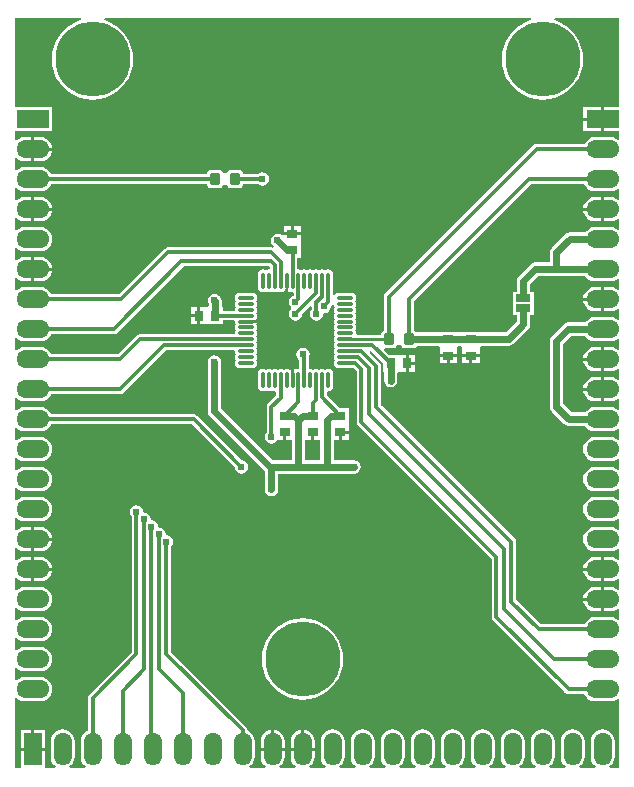
<source format=gtl>
G04*
G04 #@! TF.GenerationSoftware,Altium Limited,Altium Designer,18.1.7 (191)*
G04*
G04 Layer_Physical_Order=1*
G04 Layer_Color=255*
%FSLAX25Y25*%
%MOIN*%
G70*
G01*
G75*
%ADD15C,0.01000*%
%ADD17O,0.01378X0.05512*%
%ADD18O,0.05512X0.01378*%
G04:AMPARAMS|DCode=19|XSize=39.37mil|YSize=35.43mil|CornerRadius=4.43mil|HoleSize=0mil|Usage=FLASHONLY|Rotation=270.000|XOffset=0mil|YOffset=0mil|HoleType=Round|Shape=RoundedRectangle|*
%AMROUNDEDRECTD19*
21,1,0.03937,0.02657,0,0,270.0*
21,1,0.03051,0.03543,0,0,270.0*
1,1,0.00886,-0.01329,-0.01526*
1,1,0.00886,-0.01329,0.01526*
1,1,0.00886,0.01329,0.01526*
1,1,0.00886,0.01329,-0.01526*
%
%ADD19ROUNDEDRECTD19*%
%ADD20R,0.03740X0.02953*%
%ADD21R,0.02953X0.03740*%
%ADD34R,0.05000X0.02500*%
%ADD35C,0.01200*%
%ADD36C,0.02400*%
%ADD37C,0.01400*%
%ADD38C,0.25000*%
%ADD39O,0.11000X0.06000*%
%ADD40R,0.11000X0.06000*%
%ADD41O,0.06000X0.11000*%
%ADD42R,0.06000X0.11000*%
%ADD43C,0.02400*%
G36*
X203461Y222425D02*
X198374D01*
Y218425D01*
Y214425D01*
X203461D01*
Y211855D01*
X202861Y211559D01*
X202391Y211919D01*
X201418Y212322D01*
X200374Y212460D01*
X195374D01*
X194330Y212322D01*
X193357Y211919D01*
X192521Y211278D01*
X191880Y210442D01*
X191762Y210158D01*
X175925D01*
X175925Y210158D01*
X175262Y210027D01*
X174700Y209651D01*
X125428Y160379D01*
X125052Y159817D01*
X124920Y159153D01*
Y147964D01*
X124762Y147932D01*
X124285Y147613D01*
X123966Y147136D01*
X123854Y146577D01*
X116185D01*
X115824Y147016D01*
X115693Y147675D01*
X115476Y148000D01*
X115693Y148325D01*
X115824Y148984D01*
X115693Y149643D01*
X115476Y149969D01*
X115693Y150294D01*
X115824Y150953D01*
X115693Y151612D01*
X115476Y151937D01*
X115693Y152262D01*
X115824Y152921D01*
X115693Y153580D01*
X115476Y153905D01*
X115693Y154231D01*
X115824Y154890D01*
X115693Y155549D01*
X115476Y155874D01*
X115693Y156199D01*
X115824Y156858D01*
X115693Y157517D01*
X115476Y157843D01*
X115693Y158168D01*
X115824Y158827D01*
X115693Y159486D01*
X115320Y160045D01*
X114761Y160418D01*
X114102Y160549D01*
X109968D01*
X109309Y160418D01*
X108751Y160045D01*
X108558Y159756D01*
X107958Y159938D01*
Y162013D01*
X108049Y162469D01*
Y166602D01*
X107918Y167261D01*
X107545Y167820D01*
X106986Y168193D01*
X106327Y168324D01*
X105668Y168193D01*
X105342Y167976D01*
X105017Y168193D01*
X104358Y168324D01*
X103699Y168193D01*
X103374Y167976D01*
X103049Y168193D01*
X102390Y168324D01*
X101731Y168193D01*
X101406Y167976D01*
X101080Y168193D01*
X100421Y168324D01*
X99762Y168193D01*
X99437Y167976D01*
X99112Y168193D01*
X98453Y168324D01*
X97794Y168193D01*
X97469Y167976D01*
X97143Y168193D01*
X96484Y168324D01*
X96147Y168601D01*
Y172268D01*
X97370D01*
Y177180D01*
X97370Y177220D01*
X97370D01*
Y177779D01*
X97370D01*
Y179756D01*
X94500D01*
X91496D01*
X91387Y179711D01*
X91030Y179624D01*
X90358Y180072D01*
X89500Y180243D01*
X88642Y180072D01*
X87914Y179586D01*
X87428Y178858D01*
X87257Y178000D01*
X87428Y177142D01*
X87914Y176414D01*
X88230Y176098D01*
X87934Y175545D01*
X87500Y175631D01*
X53000D01*
X52376Y175507D01*
X51846Y175154D01*
X36750Y160056D01*
X14028D01*
X13868Y160442D01*
X13227Y161278D01*
X12391Y161919D01*
X11418Y162322D01*
X10374Y162460D01*
X5374D01*
X4330Y162322D01*
X3357Y161919D01*
X2639Y161369D01*
X2039Y161552D01*
Y165299D01*
X2639Y165482D01*
X3357Y164931D01*
X4330Y164528D01*
X5374Y164391D01*
X7374D01*
Y168425D01*
Y172460D01*
X5374D01*
X4330Y172322D01*
X3357Y171919D01*
X2639Y171369D01*
X2039Y171552D01*
Y175299D01*
X2639Y175482D01*
X3357Y174931D01*
X4330Y174528D01*
X5374Y174391D01*
X10374D01*
X11418Y174528D01*
X12391Y174931D01*
X13227Y175572D01*
X13868Y176408D01*
X14271Y177381D01*
X14409Y178425D01*
X14271Y179469D01*
X13868Y180443D01*
X13227Y181278D01*
X12391Y181919D01*
X11418Y182322D01*
X10374Y182460D01*
X5374D01*
X4330Y182322D01*
X3357Y181919D01*
X2639Y181369D01*
X2039Y181552D01*
Y185299D01*
X2639Y185482D01*
X3357Y184931D01*
X4330Y184528D01*
X5374Y184391D01*
X7374D01*
Y188425D01*
Y192460D01*
X5374D01*
X4330Y192322D01*
X3357Y191919D01*
X2639Y191369D01*
X2039Y191552D01*
Y195299D01*
X2639Y195482D01*
X3357Y194931D01*
X4330Y194528D01*
X5374Y194391D01*
X10374D01*
X11418Y194528D01*
X12391Y194931D01*
X13227Y195572D01*
X13868Y196408D01*
X14059Y196869D01*
X65875D01*
X65966Y196411D01*
X66285Y195934D01*
X66762Y195615D01*
X67325Y195503D01*
X69982D01*
X70545Y195615D01*
X71023Y195934D01*
X71342Y196411D01*
X71365Y196531D01*
X72635D01*
X72658Y196411D01*
X72977Y195934D01*
X73455Y195615D01*
X74018Y195503D01*
X76675D01*
X77238Y195615D01*
X77715Y195934D01*
X78034Y196411D01*
X78125Y196869D01*
X82982D01*
X83642Y196428D01*
X84500Y196257D01*
X85358Y196428D01*
X86086Y196914D01*
X86572Y197642D01*
X86743Y198500D01*
X86572Y199358D01*
X86086Y200086D01*
X85358Y200572D01*
X84500Y200743D01*
X83642Y200572D01*
X82982Y200131D01*
X78125D01*
X78034Y200589D01*
X77715Y201066D01*
X77238Y201385D01*
X76675Y201497D01*
X74018D01*
X73455Y201385D01*
X72977Y201066D01*
X72658Y200589D01*
X72635Y200468D01*
X71365D01*
X71342Y200589D01*
X71023Y201066D01*
X70545Y201385D01*
X69982Y201497D01*
X67325D01*
X66762Y201385D01*
X66285Y201066D01*
X65966Y200589D01*
X65875Y200131D01*
X13997D01*
X13868Y200443D01*
X13227Y201278D01*
X12391Y201919D01*
X11418Y202322D01*
X10374Y202460D01*
X5374D01*
X4330Y202322D01*
X3357Y201919D01*
X2639Y201369D01*
X2039Y201552D01*
Y205299D01*
X2639Y205482D01*
X3357Y204931D01*
X4330Y204528D01*
X5374Y204391D01*
X7374D01*
Y208425D01*
Y212460D01*
X5374D01*
X4330Y212322D01*
X3357Y211919D01*
X2639Y211369D01*
X2039Y211552D01*
Y214425D01*
X14374D01*
Y222425D01*
X2039D01*
Y251961D01*
X23855D01*
X23926Y251361D01*
X23689Y251304D01*
X21726Y250491D01*
X19914Y249381D01*
X18299Y248001D01*
X16918Y246385D01*
X15808Y244573D01*
X14995Y242610D01*
X14499Y240544D01*
X14332Y238425D01*
X14499Y236307D01*
X14995Y234241D01*
X15808Y232277D01*
X16918Y230466D01*
X18299Y228850D01*
X19914Y227470D01*
X21726Y226359D01*
X23689Y225546D01*
X25756Y225050D01*
X27874Y224884D01*
X29992Y225050D01*
X32059Y225546D01*
X34022Y226359D01*
X35834Y227470D01*
X37449Y228850D01*
X38829Y230466D01*
X39940Y232277D01*
X40753Y234241D01*
X41249Y236307D01*
X41416Y238425D01*
X41249Y240544D01*
X40753Y242610D01*
X39940Y244573D01*
X38829Y246385D01*
X37449Y248001D01*
X35834Y249381D01*
X34022Y250491D01*
X32059Y251304D01*
X31822Y251361D01*
X31894Y251961D01*
X173855D01*
X173926Y251361D01*
X173689Y251304D01*
X171726Y250491D01*
X169914Y249381D01*
X168299Y248001D01*
X166919Y246385D01*
X165808Y244573D01*
X164995Y242610D01*
X164499Y240544D01*
X164332Y238425D01*
X164499Y236307D01*
X164995Y234241D01*
X165808Y232277D01*
X166919Y230466D01*
X168299Y228850D01*
X169914Y227470D01*
X171726Y226359D01*
X173689Y225546D01*
X175756Y225050D01*
X177874Y224884D01*
X179992Y225050D01*
X182059Y225546D01*
X184022Y226359D01*
X185834Y227470D01*
X187450Y228850D01*
X188830Y230466D01*
X189940Y232277D01*
X190753Y234241D01*
X191249Y236307D01*
X191416Y238425D01*
X191249Y240544D01*
X190753Y242610D01*
X189940Y244573D01*
X188830Y246385D01*
X187450Y248001D01*
X185834Y249381D01*
X184022Y250491D01*
X182059Y251304D01*
X181822Y251361D01*
X181894Y251961D01*
X203461D01*
Y222425D01*
D02*
G37*
G36*
X191880Y196408D02*
X192521Y195572D01*
X193357Y194931D01*
X194330Y194528D01*
X195374Y194391D01*
X200374D01*
X201418Y194528D01*
X202391Y194931D01*
X202861Y195291D01*
X203461Y194996D01*
Y191855D01*
X202861Y191559D01*
X202391Y191919D01*
X201418Y192322D01*
X200374Y192460D01*
X198374D01*
Y188425D01*
Y184391D01*
X200374D01*
X201418Y184528D01*
X202391Y184931D01*
X202861Y185292D01*
X203461Y184996D01*
Y181855D01*
X202861Y181559D01*
X202391Y181919D01*
X201418Y182322D01*
X200374Y182460D01*
X195374D01*
X194330Y182322D01*
X193357Y181919D01*
X192521Y181278D01*
X192053Y180668D01*
X186925D01*
X186067Y180498D01*
X185339Y180011D01*
X180914Y175586D01*
X180428Y174858D01*
X180257Y174000D01*
Y170668D01*
X175425D01*
X174567Y170498D01*
X173839Y170011D01*
X169914Y166086D01*
X169428Y165358D01*
X169257Y164500D01*
Y160872D01*
X168000D01*
Y156372D01*
Y153128D01*
X169257D01*
Y150929D01*
X165618Y147290D01*
X156870D01*
Y147524D01*
X151130D01*
Y147290D01*
X149370D01*
Y147524D01*
X143630D01*
Y147290D01*
X135931D01*
X135715Y147613D01*
X135238Y147932D01*
X135080Y147964D01*
Y157629D01*
X174143Y196692D01*
X191762D01*
X191880Y196408D01*
D02*
G37*
G36*
X86979Y169214D02*
Y168601D01*
X86642Y168324D01*
X85983Y168193D01*
X85658Y167976D01*
X85332Y168193D01*
X84673Y168324D01*
X84014Y168193D01*
X83456Y167820D01*
X83082Y167261D01*
X82951Y166602D01*
Y162469D01*
X83082Y161810D01*
X83456Y161251D01*
X84014Y160878D01*
X84673Y160746D01*
X85332Y160878D01*
X85658Y161095D01*
X85983Y160878D01*
X86642Y160746D01*
X87301Y160878D01*
X87626Y161095D01*
X87951Y160878D01*
X88610Y160746D01*
X89269Y160878D01*
X89595Y161095D01*
X89920Y160878D01*
X90579Y160746D01*
X91238Y160878D01*
X91563Y161095D01*
X91888Y160878D01*
X92047Y160846D01*
Y161626D01*
X92170Y161809D01*
X92301Y162469D01*
Y164535D01*
X92794D01*
Y162469D01*
X92925Y161809D01*
X93047Y161626D01*
Y160846D01*
X93206Y160878D01*
X93532Y161095D01*
X93857Y160878D01*
X94516Y160746D01*
X94853Y160470D01*
Y159614D01*
X94642Y159572D01*
X93914Y159086D01*
X93428Y158358D01*
X93257Y157500D01*
X93428Y156642D01*
X93914Y155914D01*
X94084Y155800D01*
Y155200D01*
X93914Y155086D01*
X93428Y154358D01*
X93257Y153500D01*
X93428Y152642D01*
X93914Y151914D01*
X94642Y151428D01*
X95500Y151257D01*
X96358Y151428D01*
X97086Y151914D01*
X97572Y152642D01*
X97727Y153420D01*
X100314Y156007D01*
X100869Y155778D01*
Y155018D01*
X100428Y154358D01*
X100257Y153500D01*
X100428Y152642D01*
X100914Y151914D01*
X101642Y151428D01*
X102500Y151257D01*
X103358Y151428D01*
X104086Y151914D01*
X104572Y152642D01*
X104743Y153500D01*
X105000Y153757D01*
X105858Y153928D01*
X106586Y154414D01*
X107072Y155142D01*
X107227Y155920D01*
X107480Y156173D01*
X107704Y156508D01*
X108338Y156397D01*
X108378Y156199D01*
X108595Y155874D01*
X108378Y155549D01*
X108247Y154890D01*
X108378Y154231D01*
X108595Y153905D01*
X108378Y153580D01*
X108247Y152921D01*
X108378Y152262D01*
X108595Y151937D01*
X108378Y151612D01*
X108247Y150953D01*
X108378Y150294D01*
X108595Y149969D01*
X108378Y149643D01*
X108247Y148984D01*
X108378Y148325D01*
X108595Y148000D01*
X108378Y147675D01*
X108247Y147016D01*
X108378Y146357D01*
X108595Y146031D01*
X108378Y145706D01*
X108247Y145047D01*
X108378Y144388D01*
X108595Y144063D01*
X108378Y143738D01*
X108247Y143079D01*
X108378Y142420D01*
X108595Y142095D01*
X108378Y141769D01*
X108247Y141110D01*
X108378Y140451D01*
X108595Y140126D01*
X108378Y139801D01*
X108247Y139142D01*
X108378Y138483D01*
X108595Y138157D01*
X108378Y137832D01*
X108247Y137173D01*
X108378Y136514D01*
X108751Y135956D01*
X109309Y135582D01*
X109968Y135451D01*
X114102D01*
X114558Y135542D01*
X114651D01*
X115869Y134324D01*
Y117500D01*
X115993Y116876D01*
X116347Y116347D01*
X160869Y71824D01*
Y52500D01*
X160993Y51876D01*
X161346Y51346D01*
X185421Y27272D01*
X185951Y26918D01*
X186575Y26794D01*
X191720D01*
X191880Y26408D01*
X192521Y25572D01*
X193357Y24931D01*
X194330Y24528D01*
X195374Y24391D01*
X200374D01*
X201418Y24528D01*
X202391Y24931D01*
X202861Y25291D01*
X203461Y24996D01*
Y2039D01*
X200366D01*
X200162Y2639D01*
X200727Y3072D01*
X201368Y3908D01*
X201771Y4881D01*
X201908Y5925D01*
Y10925D01*
X201771Y11969D01*
X201368Y12943D01*
X200727Y13778D01*
X199891Y14419D01*
X198918Y14822D01*
X197874Y14960D01*
X196830Y14822D01*
X195857Y14419D01*
X195021Y13778D01*
X194380Y12943D01*
X193977Y11969D01*
X193840Y10925D01*
Y5925D01*
X193977Y4881D01*
X194380Y3908D01*
X195021Y3072D01*
X195586Y2639D01*
X195382Y2039D01*
X190366D01*
X190162Y2639D01*
X190727Y3072D01*
X191368Y3908D01*
X191771Y4881D01*
X191909Y5925D01*
Y10925D01*
X191771Y11969D01*
X191368Y12943D01*
X190727Y13778D01*
X189891Y14419D01*
X188918Y14822D01*
X187874Y14960D01*
X186830Y14822D01*
X185857Y14419D01*
X185021Y13778D01*
X184380Y12943D01*
X183977Y11969D01*
X183839Y10925D01*
Y5925D01*
X183977Y4881D01*
X184380Y3908D01*
X185021Y3072D01*
X185586Y2639D01*
X185382Y2039D01*
X180366D01*
X180162Y2639D01*
X180727Y3072D01*
X181368Y3908D01*
X181771Y4881D01*
X181909Y5925D01*
Y10925D01*
X181771Y11969D01*
X181368Y12943D01*
X180727Y13778D01*
X179891Y14419D01*
X178918Y14822D01*
X177874Y14960D01*
X176830Y14822D01*
X175857Y14419D01*
X175021Y13778D01*
X174380Y12943D01*
X173977Y11969D01*
X173839Y10925D01*
Y5925D01*
X173977Y4881D01*
X174380Y3908D01*
X175021Y3072D01*
X175586Y2639D01*
X175382Y2039D01*
X170366D01*
X170162Y2639D01*
X170727Y3072D01*
X171368Y3908D01*
X171771Y4881D01*
X171908Y5925D01*
Y10925D01*
X171771Y11969D01*
X171368Y12943D01*
X170727Y13778D01*
X169891Y14419D01*
X168918Y14822D01*
X167874Y14960D01*
X166830Y14822D01*
X165857Y14419D01*
X165021Y13778D01*
X164380Y12943D01*
X163977Y11969D01*
X163839Y10925D01*
Y5925D01*
X163977Y4881D01*
X164380Y3908D01*
X165021Y3072D01*
X165586Y2639D01*
X165382Y2039D01*
X160366D01*
X160162Y2639D01*
X160727Y3072D01*
X161368Y3908D01*
X161771Y4881D01*
X161908Y5925D01*
Y10925D01*
X161771Y11969D01*
X161368Y12943D01*
X160727Y13778D01*
X159891Y14419D01*
X158918Y14822D01*
X157874Y14960D01*
X156830Y14822D01*
X155857Y14419D01*
X155021Y13778D01*
X154380Y12943D01*
X153977Y11969D01*
X153840Y10925D01*
Y5925D01*
X153977Y4881D01*
X154380Y3908D01*
X155021Y3072D01*
X155586Y2639D01*
X155382Y2039D01*
X150366D01*
X150162Y2639D01*
X150727Y3072D01*
X151368Y3908D01*
X151771Y4881D01*
X151909Y5925D01*
Y10925D01*
X151771Y11969D01*
X151368Y12943D01*
X150727Y13778D01*
X149891Y14419D01*
X148918Y14822D01*
X147874Y14960D01*
X146830Y14822D01*
X145857Y14419D01*
X145021Y13778D01*
X144380Y12943D01*
X143977Y11969D01*
X143840Y10925D01*
Y5925D01*
X143977Y4881D01*
X144380Y3908D01*
X145021Y3072D01*
X145586Y2639D01*
X145382Y2039D01*
X140366D01*
X140162Y2639D01*
X140727Y3072D01*
X141368Y3908D01*
X141771Y4881D01*
X141909Y5925D01*
Y10925D01*
X141771Y11969D01*
X141368Y12943D01*
X140727Y13778D01*
X139891Y14419D01*
X138918Y14822D01*
X137874Y14960D01*
X136830Y14822D01*
X135857Y14419D01*
X135021Y13778D01*
X134380Y12943D01*
X133977Y11969D01*
X133839Y10925D01*
Y5925D01*
X133977Y4881D01*
X134380Y3908D01*
X135021Y3072D01*
X135586Y2639D01*
X135382Y2039D01*
X130366D01*
X130162Y2639D01*
X130727Y3072D01*
X131368Y3908D01*
X131771Y4881D01*
X131909Y5925D01*
Y10925D01*
X131771Y11969D01*
X131368Y12943D01*
X130727Y13778D01*
X129891Y14419D01*
X128918Y14822D01*
X127874Y14960D01*
X126830Y14822D01*
X125857Y14419D01*
X125021Y13778D01*
X124380Y12943D01*
X123977Y11969D01*
X123839Y10925D01*
Y5925D01*
X123977Y4881D01*
X124380Y3908D01*
X125021Y3072D01*
X125586Y2639D01*
X125382Y2039D01*
X120366D01*
X120162Y2639D01*
X120727Y3072D01*
X121368Y3908D01*
X121771Y4881D01*
X121908Y5925D01*
Y10925D01*
X121771Y11969D01*
X121368Y12943D01*
X120727Y13778D01*
X119891Y14419D01*
X118918Y14822D01*
X117874Y14960D01*
X116830Y14822D01*
X115857Y14419D01*
X115021Y13778D01*
X114380Y12943D01*
X113977Y11969D01*
X113839Y10925D01*
Y5925D01*
X113977Y4881D01*
X114380Y3908D01*
X115021Y3072D01*
X115586Y2639D01*
X115382Y2039D01*
X110366D01*
X110162Y2639D01*
X110727Y3072D01*
X111368Y3908D01*
X111771Y4881D01*
X111908Y5925D01*
Y10925D01*
X111771Y11969D01*
X111368Y12943D01*
X110727Y13778D01*
X109891Y14419D01*
X108918Y14822D01*
X107874Y14960D01*
X106830Y14822D01*
X105857Y14419D01*
X105021Y13778D01*
X104380Y12943D01*
X103977Y11969D01*
X103840Y10925D01*
Y5925D01*
X103977Y4881D01*
X104380Y3908D01*
X105021Y3072D01*
X105586Y2639D01*
X105382Y2039D01*
X100366Y2039D01*
X100162Y2639D01*
X100727Y3072D01*
X101368Y3908D01*
X101771Y4881D01*
X101909Y5925D01*
Y7925D01*
X97874D01*
X93840D01*
Y5925D01*
X93977Y4881D01*
X94380Y3908D01*
X95021Y3072D01*
X95586Y2639D01*
X95382Y2039D01*
X90366D01*
X90162Y2639D01*
X90727Y3072D01*
X91368Y3908D01*
X91771Y4881D01*
X91909Y5925D01*
Y7925D01*
X87874D01*
Y8425D01*
D01*
Y7925D01*
X83839D01*
Y5925D01*
X83977Y4881D01*
X84380Y3908D01*
X85021Y3072D01*
X85586Y2639D01*
X85382Y2039D01*
X80366D01*
X80162Y2639D01*
X80727Y3072D01*
X81368Y3908D01*
X81771Y4881D01*
X81909Y5925D01*
Y10925D01*
X81771Y11969D01*
X81368Y12943D01*
X80727Y13778D01*
X79891Y14419D01*
X79505Y14579D01*
Y14626D01*
X79381Y15250D01*
X79028Y15779D01*
X54131Y40676D01*
Y75982D01*
X54572Y76642D01*
X54743Y77500D01*
X54572Y78358D01*
X54086Y79086D01*
X53358Y79572D01*
X52792Y79685D01*
X52243Y80000D01*
X52072Y80858D01*
X51586Y81586D01*
X50858Y82072D01*
X50292Y82185D01*
X49743Y82500D01*
X49572Y83358D01*
X49086Y84086D01*
X48358Y84572D01*
X47792Y84685D01*
X47243Y85000D01*
X47072Y85858D01*
X46586Y86586D01*
X45858Y87072D01*
X45292Y87185D01*
X44743Y87500D01*
X44572Y88358D01*
X44086Y89086D01*
X43358Y89572D01*
X42500Y89743D01*
X41642Y89572D01*
X40914Y89086D01*
X40428Y88358D01*
X40257Y87500D01*
X40428Y86642D01*
X40869Y85982D01*
Y40676D01*
X26720Y26528D01*
X26367Y25998D01*
X26243Y25374D01*
Y14579D01*
X25857Y14419D01*
X25021Y13778D01*
X24380Y12943D01*
X23977Y11969D01*
X23840Y10925D01*
Y5925D01*
X23977Y4881D01*
X24380Y3908D01*
X25021Y3072D01*
X25586Y2639D01*
X25382Y2039D01*
X20366D01*
X20162Y2639D01*
X20727Y3072D01*
X21368Y3908D01*
X21771Y4881D01*
X21908Y5925D01*
Y10925D01*
X21771Y11969D01*
X21368Y12943D01*
X20727Y13778D01*
X19891Y14419D01*
X18918Y14822D01*
X17874Y14960D01*
X16830Y14822D01*
X15857Y14419D01*
X15021Y13778D01*
X14380Y12943D01*
X13977Y11969D01*
X13839Y10925D01*
Y5925D01*
X13977Y4881D01*
X14380Y3908D01*
X15021Y3072D01*
X15586Y2639D01*
X15382Y2039D01*
X11874D01*
Y7925D01*
X7874D01*
X3874D01*
Y2039D01*
X2039D01*
Y25299D01*
X2639Y25482D01*
X3357Y24931D01*
X4330Y24528D01*
X5374Y24391D01*
X10374D01*
X11418Y24528D01*
X12391Y24931D01*
X13227Y25572D01*
X13868Y26408D01*
X14271Y27381D01*
X14409Y28425D01*
X14271Y29469D01*
X13868Y30443D01*
X13227Y31278D01*
X12391Y31919D01*
X11418Y32322D01*
X10374Y32460D01*
X5374D01*
X4330Y32322D01*
X3357Y31919D01*
X2639Y31368D01*
X2039Y31552D01*
Y35299D01*
X2639Y35482D01*
X3357Y34931D01*
X4330Y34528D01*
X5374Y34391D01*
X10374D01*
X11418Y34528D01*
X12391Y34931D01*
X13227Y35572D01*
X13868Y36408D01*
X14271Y37381D01*
X14409Y38425D01*
X14271Y39469D01*
X13868Y40442D01*
X13227Y41278D01*
X12391Y41919D01*
X11418Y42322D01*
X10374Y42460D01*
X5374D01*
X4330Y42322D01*
X3357Y41919D01*
X2639Y41368D01*
X2039Y41552D01*
Y45299D01*
X2639Y45482D01*
X3357Y44931D01*
X4330Y44528D01*
X5374Y44391D01*
X10374D01*
X11418Y44528D01*
X12391Y44931D01*
X13227Y45572D01*
X13868Y46408D01*
X14271Y47381D01*
X14409Y48425D01*
X14271Y49469D01*
X13868Y50442D01*
X13227Y51278D01*
X12391Y51919D01*
X11418Y52322D01*
X10374Y52460D01*
X5374D01*
X4330Y52322D01*
X3357Y51919D01*
X2639Y51369D01*
X2039Y51552D01*
Y55299D01*
X2639Y55482D01*
X3357Y54931D01*
X4330Y54528D01*
X5374Y54391D01*
X10374D01*
X11418Y54528D01*
X12391Y54931D01*
X13227Y55572D01*
X13868Y56408D01*
X14271Y57381D01*
X14409Y58425D01*
X14271Y59469D01*
X13868Y60443D01*
X13227Y61278D01*
X12391Y61919D01*
X11418Y62322D01*
X10374Y62460D01*
X5374D01*
X4330Y62322D01*
X3357Y61919D01*
X2639Y61369D01*
X2039Y61552D01*
Y65299D01*
X2639Y65482D01*
X3357Y64931D01*
X4330Y64528D01*
X5374Y64391D01*
X7374D01*
Y68425D01*
Y72460D01*
X5374D01*
X4330Y72322D01*
X3357Y71919D01*
X2639Y71369D01*
X2039Y71552D01*
Y75299D01*
X2639Y75482D01*
X3357Y74931D01*
X4330Y74528D01*
X5374Y74391D01*
X7374D01*
Y78425D01*
Y82460D01*
X5374D01*
X4330Y82322D01*
X3357Y81919D01*
X2639Y81369D01*
X2039Y81552D01*
Y85299D01*
X2639Y85482D01*
X3357Y84931D01*
X4330Y84528D01*
X5374Y84391D01*
X10374D01*
X11418Y84528D01*
X12391Y84931D01*
X13227Y85572D01*
X13868Y86408D01*
X14271Y87381D01*
X14409Y88425D01*
X14271Y89469D01*
X13868Y90443D01*
X13227Y91278D01*
X12391Y91919D01*
X11418Y92322D01*
X10374Y92460D01*
X5374D01*
X4330Y92322D01*
X3357Y91919D01*
X2639Y91369D01*
X2039Y91552D01*
Y95299D01*
X2639Y95482D01*
X3357Y94931D01*
X4330Y94528D01*
X5374Y94391D01*
X10374D01*
X11418Y94528D01*
X12391Y94931D01*
X13227Y95572D01*
X13868Y96408D01*
X14271Y97381D01*
X14409Y98425D01*
X14271Y99469D01*
X13868Y100443D01*
X13227Y101278D01*
X12391Y101919D01*
X11418Y102322D01*
X10374Y102460D01*
X5374D01*
X4330Y102322D01*
X3357Y101919D01*
X2639Y101369D01*
X2039Y101552D01*
Y105299D01*
X2639Y105482D01*
X3357Y104931D01*
X4330Y104528D01*
X5374Y104391D01*
X10374D01*
X11418Y104528D01*
X12391Y104931D01*
X13227Y105572D01*
X13868Y106408D01*
X14271Y107381D01*
X14409Y108425D01*
X14271Y109469D01*
X13868Y110442D01*
X13227Y111278D01*
X12391Y111919D01*
X11418Y112322D01*
X10374Y112460D01*
X5374D01*
X4330Y112322D01*
X3357Y111919D01*
X2639Y111369D01*
X2039Y111552D01*
Y115299D01*
X2639Y115482D01*
X3357Y114931D01*
X4330Y114528D01*
X5374Y114391D01*
X10374D01*
X11418Y114528D01*
X12391Y114931D01*
X13227Y115572D01*
X13868Y116408D01*
X14028Y116794D01*
X60899D01*
X75273Y102420D01*
X75428Y101642D01*
X75914Y100914D01*
X76642Y100428D01*
X77500Y100257D01*
X78358Y100428D01*
X79086Y100914D01*
X79572Y101642D01*
X79743Y102500D01*
X79572Y103358D01*
X79086Y104086D01*
X78358Y104572D01*
X77580Y104727D01*
X62728Y119579D01*
X62199Y119932D01*
X61575Y120056D01*
X14028D01*
X13868Y120442D01*
X13227Y121278D01*
X12391Y121919D01*
X11418Y122322D01*
X10374Y122460D01*
X5374D01*
X4330Y122322D01*
X3357Y121919D01*
X2639Y121369D01*
X2039Y121552D01*
Y125299D01*
X2639Y125482D01*
X3357Y124931D01*
X4330Y124528D01*
X5374Y124391D01*
X10374D01*
X11418Y124528D01*
X12391Y124931D01*
X13227Y125572D01*
X13868Y126408D01*
X14028Y126794D01*
X36925D01*
X37549Y126918D01*
X38079Y127272D01*
X52254Y141447D01*
X74899D01*
X75176Y141110D01*
X75307Y140451D01*
X75524Y140126D01*
X75307Y139801D01*
X75176Y139142D01*
X75307Y138483D01*
X75524Y138157D01*
X75307Y137832D01*
X75176Y137173D01*
X75307Y136514D01*
X75680Y135956D01*
X76239Y135582D01*
X76898Y135451D01*
X81032D01*
X81691Y135582D01*
X82249Y135956D01*
X82622Y136514D01*
X82754Y137173D01*
X82622Y137832D01*
X82405Y138157D01*
X82622Y138483D01*
X82754Y139142D01*
X82622Y139801D01*
X82405Y140126D01*
X82622Y140451D01*
X82754Y141110D01*
X82622Y141769D01*
X82405Y142095D01*
X82622Y142420D01*
X82754Y143079D01*
X82622Y143738D01*
X82405Y144063D01*
X82622Y144388D01*
X82754Y145047D01*
X82622Y145706D01*
X82405Y146031D01*
X82622Y146357D01*
X82754Y147016D01*
X82622Y147675D01*
X82405Y148000D01*
X82622Y148325D01*
X82754Y148984D01*
X82622Y149643D01*
X82405Y149969D01*
X82622Y150294D01*
X82654Y150453D01*
X81874D01*
X81691Y150575D01*
X81032Y150707D01*
X78965D01*
Y151199D01*
X81032D01*
X81691Y151330D01*
X81874Y151453D01*
X82654D01*
X82622Y151612D01*
X82405Y151937D01*
X82622Y152262D01*
X82754Y152921D01*
X82622Y153580D01*
X82405Y153905D01*
X82622Y154231D01*
X82754Y154890D01*
X82622Y155549D01*
X82405Y155874D01*
X82622Y156199D01*
X82754Y156858D01*
X82622Y157517D01*
X82405Y157843D01*
X82622Y158168D01*
X82754Y158827D01*
X82622Y159486D01*
X82249Y160045D01*
X81691Y160418D01*
X81032Y160549D01*
X76898D01*
X76239Y160418D01*
X75680Y160045D01*
X75307Y159486D01*
X75176Y158827D01*
X75307Y158168D01*
X75524Y157843D01*
X75307Y157517D01*
X75176Y156858D01*
X75307Y156199D01*
X75524Y155874D01*
X75307Y155549D01*
X75176Y154890D01*
X74899Y154553D01*
X71232D01*
Y155791D01*
X70999D01*
Y157744D01*
X70828Y158602D01*
X70342Y159330D01*
X70086Y159586D01*
X69358Y160072D01*
X68500Y160243D01*
X67642Y160072D01*
X66914Y159586D01*
X66428Y158858D01*
X66257Y158000D01*
X66428Y157142D01*
X66513Y157014D01*
Y156312D01*
X66280Y155791D01*
X65720D01*
X65680Y155791D01*
X63744D01*
Y152921D01*
Y150051D01*
X65680D01*
X65720Y150051D01*
X66280D01*
X66321Y150051D01*
X71232D01*
Y151290D01*
X74899D01*
X75176Y150953D01*
X75307Y150294D01*
X75524Y149969D01*
X75307Y149643D01*
X75176Y148984D01*
X75307Y148325D01*
X75524Y148000D01*
X75307Y147675D01*
X75176Y147016D01*
X74899Y146679D01*
X43547D01*
X42923Y146554D01*
X42394Y146201D01*
X36250Y140057D01*
X14028D01*
X13868Y140443D01*
X13227Y141278D01*
X12391Y141919D01*
X11418Y142322D01*
X10374Y142460D01*
X5374D01*
X4330Y142322D01*
X3357Y141919D01*
X2639Y141369D01*
X2039Y141552D01*
Y145299D01*
X2639Y145482D01*
X3357Y144931D01*
X4330Y144528D01*
X5374Y144391D01*
X10374D01*
X11418Y144528D01*
X12391Y144931D01*
X13227Y145572D01*
X13868Y146408D01*
X14028Y146794D01*
X34925D01*
X35550Y146918D01*
X36079Y147272D01*
X58176Y169369D01*
X86824D01*
X86979Y169214D01*
D02*
G37*
G36*
X192521Y165572D02*
X193357Y164931D01*
X194330Y164528D01*
X195374Y164391D01*
X200374D01*
X201418Y164528D01*
X202391Y164931D01*
X202861Y165292D01*
X203461Y164996D01*
Y161855D01*
X202861Y161559D01*
X202391Y161919D01*
X201418Y162322D01*
X200374Y162460D01*
X198374D01*
Y158425D01*
Y154391D01*
X200374D01*
X201418Y154528D01*
X202391Y154931D01*
X202861Y155291D01*
X203461Y154996D01*
Y151855D01*
X202861Y151559D01*
X202391Y151919D01*
X201418Y152322D01*
X200374Y152460D01*
X195374D01*
X194330Y152322D01*
X193357Y151919D01*
X192521Y151278D01*
X192053Y150668D01*
X186425D01*
X185567Y150498D01*
X184839Y150011D01*
X180914Y146086D01*
X180428Y145358D01*
X180257Y144500D01*
Y122500D01*
X180428Y121642D01*
X180914Y120914D01*
X184989Y116839D01*
X185716Y116353D01*
X186575Y116182D01*
X192053D01*
X192521Y115572D01*
X193357Y114931D01*
X194330Y114528D01*
X195374Y114391D01*
X200374D01*
X201418Y114528D01*
X202391Y114931D01*
X202861Y115292D01*
X203461Y114996D01*
Y111855D01*
X202861Y111559D01*
X202391Y111919D01*
X201418Y112322D01*
X200374Y112460D01*
X195374D01*
X194330Y112322D01*
X193357Y111919D01*
X192521Y111278D01*
X191880Y110442D01*
X191477Y109469D01*
X191340Y108425D01*
X191477Y107381D01*
X191880Y106408D01*
X192521Y105572D01*
X193357Y104931D01*
X194330Y104528D01*
X195374Y104391D01*
X200374D01*
X201418Y104528D01*
X202391Y104931D01*
X202861Y105291D01*
X203461Y104996D01*
Y101855D01*
X202861Y101559D01*
X202391Y101919D01*
X201418Y102322D01*
X200374Y102460D01*
X195374D01*
X194330Y102322D01*
X193357Y101919D01*
X192521Y101278D01*
X191880Y100443D01*
X191477Y99469D01*
X191340Y98425D01*
X191477Y97381D01*
X191880Y96408D01*
X192521Y95572D01*
X193357Y94931D01*
X194330Y94528D01*
X195374Y94391D01*
X200374D01*
X201418Y94528D01*
X202391Y94931D01*
X202861Y95292D01*
X203461Y94996D01*
Y91855D01*
X202861Y91559D01*
X202391Y91919D01*
X201418Y92322D01*
X200374Y92460D01*
X195374D01*
X194330Y92322D01*
X193357Y91919D01*
X192521Y91278D01*
X191880Y90443D01*
X191477Y89469D01*
X191340Y88425D01*
X191477Y87381D01*
X191880Y86408D01*
X192521Y85572D01*
X193357Y84931D01*
X194330Y84528D01*
X195374Y84391D01*
X200374D01*
X201418Y84528D01*
X202391Y84931D01*
X202861Y85291D01*
X203461Y84996D01*
Y81855D01*
X202861Y81559D01*
X202391Y81919D01*
X201418Y82322D01*
X200374Y82460D01*
X195374D01*
X194330Y82322D01*
X193357Y81919D01*
X192521Y81278D01*
X191880Y80443D01*
X191477Y79469D01*
X191340Y78425D01*
X191477Y77381D01*
X191880Y76408D01*
X192521Y75572D01*
X193357Y74931D01*
X194330Y74528D01*
X195374Y74391D01*
X200374D01*
X201418Y74528D01*
X202391Y74931D01*
X202861Y75292D01*
X203461Y74996D01*
Y71855D01*
X202861Y71559D01*
X202391Y71919D01*
X201418Y72322D01*
X200374Y72460D01*
X198374D01*
Y68425D01*
Y64391D01*
X200374D01*
X201418Y64528D01*
X202391Y64931D01*
X202861Y65292D01*
X203461Y64996D01*
Y61855D01*
X202861Y61559D01*
X202391Y61919D01*
X201418Y62322D01*
X200374Y62460D01*
X198374D01*
Y58425D01*
Y54391D01*
X200374D01*
X201418Y54528D01*
X202391Y54931D01*
X202861Y55291D01*
X203461Y54996D01*
Y51855D01*
X202861Y51559D01*
X202391Y51919D01*
X201418Y52322D01*
X200374Y52460D01*
X195374D01*
X194330Y52322D01*
X193357Y51919D01*
X192521Y51278D01*
X191880Y50442D01*
X191720Y50056D01*
X177251D01*
X169131Y58176D01*
Y77500D01*
X169007Y78124D01*
X168654Y78654D01*
X124131Y123176D01*
Y136000D01*
X124007Y136624D01*
X123653Y137153D01*
X120240Y140567D01*
X120452Y141204D01*
X120698Y141239D01*
X124768Y137169D01*
Y134130D01*
X125001D01*
Y131244D01*
X125172Y130386D01*
X125658Y129658D01*
X126386Y129172D01*
X127244Y129001D01*
X128103Y129172D01*
X128830Y129658D01*
X129316Y130386D01*
X129487Y131244D01*
Y133610D01*
X129720Y134130D01*
X130280D01*
X130321Y134130D01*
X132256D01*
Y137000D01*
Y139870D01*
X130321D01*
X130280Y139870D01*
X129720D01*
X129680Y139870D01*
X126681D01*
X125060Y141491D01*
X125299Y141996D01*
X125349Y142051D01*
X127982D01*
X128545Y142163D01*
X129023Y142481D01*
X129341Y142959D01*
X129365Y143079D01*
X130635D01*
X130658Y142959D01*
X130977Y142481D01*
X131455Y142163D01*
X132018Y142051D01*
X134675D01*
X135238Y142163D01*
X135715Y142481D01*
X135931Y142804D01*
X143110D01*
X143630Y142571D01*
Y142012D01*
X143630Y141971D01*
Y140035D01*
X149370D01*
Y141971D01*
X149370Y142012D01*
Y142571D01*
X149890Y142804D01*
X150610D01*
X151130Y142571D01*
Y142012D01*
X151130Y141971D01*
Y140035D01*
X156870D01*
Y141971D01*
X156870Y142012D01*
Y142571D01*
X157390Y142804D01*
X166547D01*
X167406Y142975D01*
X168133Y143461D01*
X173086Y148414D01*
X173572Y149142D01*
X173743Y150000D01*
Y153128D01*
X175000D01*
Y156372D01*
Y160872D01*
X173743D01*
Y163571D01*
X176354Y166182D01*
X192053D01*
X192521Y165572D01*
D02*
G37*
G36*
Y145572D02*
X193357Y144931D01*
X194330Y144528D01*
X195374Y144391D01*
X200374D01*
X201418Y144528D01*
X202391Y144931D01*
X202861Y145291D01*
X203461Y144996D01*
Y141855D01*
X202861Y141559D01*
X202391Y141919D01*
X201418Y142322D01*
X200374Y142460D01*
X198374D01*
Y138425D01*
Y134391D01*
X200374D01*
X201418Y134528D01*
X202391Y134931D01*
X202861Y135292D01*
X203461Y134996D01*
Y131855D01*
X202861Y131559D01*
X202391Y131919D01*
X201418Y132322D01*
X200374Y132460D01*
X198374D01*
Y128425D01*
Y124391D01*
X200374D01*
X201418Y124528D01*
X202391Y124931D01*
X202861Y125292D01*
X203461Y124996D01*
Y121855D01*
X202861Y121559D01*
X202391Y121919D01*
X201418Y122322D01*
X200374Y122460D01*
X195374D01*
X194330Y122322D01*
X193357Y121919D01*
X192521Y121278D01*
X192053Y120668D01*
X187504D01*
X184743Y123429D01*
Y143571D01*
X187354Y146182D01*
X192053D01*
X192521Y145572D01*
D02*
G37*
%LPC*%
G36*
X197374Y222425D02*
X191374D01*
Y218925D01*
X197374D01*
Y222425D01*
D02*
G37*
G36*
Y217925D02*
X191374D01*
Y214425D01*
X197374D01*
Y217925D01*
D02*
G37*
G36*
X10374Y212460D02*
X8374D01*
Y208925D01*
X14343D01*
X14271Y209469D01*
X13868Y210442D01*
X13227Y211278D01*
X12391Y211919D01*
X11418Y212322D01*
X10374Y212460D01*
D02*
G37*
G36*
X14343Y207925D02*
X8374D01*
Y204391D01*
X10374D01*
X11418Y204528D01*
X12391Y204931D01*
X13227Y205572D01*
X13868Y206408D01*
X14271Y207381D01*
X14343Y207925D01*
D02*
G37*
G36*
X10374Y192460D02*
X8374D01*
Y188925D01*
X14343D01*
X14271Y189469D01*
X13868Y190443D01*
X13227Y191278D01*
X12391Y191919D01*
X11418Y192322D01*
X10374Y192460D01*
D02*
G37*
G36*
X14343Y187925D02*
X8374D01*
Y184391D01*
X10374D01*
X11418Y184528D01*
X12391Y184931D01*
X13227Y185572D01*
X13868Y186408D01*
X14271Y187381D01*
X14343Y187925D01*
D02*
G37*
G36*
X97370Y182732D02*
X95000D01*
Y180756D01*
X97370D01*
Y182732D01*
D02*
G37*
G36*
X94000D02*
X91630D01*
Y180756D01*
X94000D01*
Y182732D01*
D02*
G37*
G36*
X10374Y172460D02*
X8374D01*
Y168925D01*
X14343D01*
X14271Y169469D01*
X13868Y170442D01*
X13227Y171278D01*
X12391Y171919D01*
X11418Y172322D01*
X10374Y172460D01*
D02*
G37*
G36*
X14343Y167925D02*
X8374D01*
Y164391D01*
X10374D01*
X11418Y164528D01*
X12391Y164931D01*
X13227Y165572D01*
X13868Y166408D01*
X14271Y167381D01*
X14343Y167925D01*
D02*
G37*
G36*
X197374Y192460D02*
X195374D01*
X194330Y192322D01*
X193357Y191919D01*
X192521Y191278D01*
X191880Y190443D01*
X191477Y189469D01*
X191405Y188925D01*
X197374D01*
Y192460D01*
D02*
G37*
G36*
Y187925D02*
X191405D01*
X191477Y187381D01*
X191880Y186408D01*
X192521Y185572D01*
X193357Y184931D01*
X194330Y184528D01*
X195374Y184391D01*
X197374D01*
Y187925D01*
D02*
G37*
G36*
X62744Y155791D02*
X60768D01*
Y153421D01*
X62744D01*
Y155791D01*
D02*
G37*
G36*
Y152421D02*
X60768D01*
Y150051D01*
X62744D01*
Y152421D01*
D02*
G37*
G36*
X98000Y142243D02*
X97142Y142072D01*
X96414Y141586D01*
X95928Y140858D01*
X95757Y140000D01*
X95928Y139142D01*
X96414Y138414D01*
X96821Y138142D01*
Y135530D01*
X96484Y135254D01*
X95825Y135123D01*
X95500Y134905D01*
X95175Y135123D01*
X95016Y135154D01*
Y134374D01*
X94893Y134191D01*
X94762Y133531D01*
Y131465D01*
X94270D01*
Y133531D01*
X94138Y134191D01*
X94016Y134374D01*
Y135154D01*
X93857Y135123D01*
X93532Y134905D01*
X93206Y135123D01*
X92547Y135254D01*
X91888Y135123D01*
X91563Y134905D01*
X91238Y135123D01*
X90579Y135254D01*
X89920Y135123D01*
X89595Y134905D01*
X89269Y135123D01*
X88610Y135254D01*
X87951Y135123D01*
X87626Y134905D01*
X87301Y135123D01*
X86642Y135254D01*
X85983Y135123D01*
X85658Y134905D01*
X85332Y135123D01*
X84673Y135254D01*
X84014Y135123D01*
X83456Y134749D01*
X83082Y134190D01*
X82951Y133531D01*
Y129398D01*
X83082Y128739D01*
X83456Y128180D01*
X84014Y127807D01*
X84673Y127676D01*
X85332Y127807D01*
X85658Y128024D01*
X85983Y127807D01*
X86642Y127676D01*
X87301Y127807D01*
X87626Y128024D01*
X87951Y127807D01*
X88610Y127676D01*
X88947Y127399D01*
Y126254D01*
X86347Y123653D01*
X85993Y123124D01*
X85869Y122500D01*
Y114018D01*
X85428Y113358D01*
X85257Y112500D01*
X85428Y111642D01*
X85914Y110914D01*
X86642Y110428D01*
X87500Y110257D01*
X88358Y110428D01*
X89086Y110914D01*
X89486Y111512D01*
X91500D01*
Y113988D01*
X92500D01*
Y111512D01*
X94257D01*
Y104743D01*
X87929D01*
X70743Y121929D01*
Y134000D01*
Y137500D01*
X70572Y138358D01*
X70086Y139086D01*
X69358Y139572D01*
X68500Y139743D01*
X67642Y139572D01*
X66914Y139086D01*
X66428Y138358D01*
X66257Y137500D01*
Y134000D01*
Y121000D01*
X66428Y120142D01*
X66914Y119414D01*
X85257Y101071D01*
Y95000D01*
X85428Y94142D01*
X85914Y93414D01*
X86642Y92928D01*
X87500Y92757D01*
X88358Y92928D01*
X89086Y93414D01*
X89572Y94142D01*
X89743Y95000D01*
Y100257D01*
X115000D01*
X115858Y100428D01*
X116586Y100914D01*
X117072Y101642D01*
X117243Y102500D01*
X117072Y103358D01*
X116586Y104086D01*
X115858Y104572D01*
X115000Y104743D01*
X108243D01*
Y111512D01*
X110000D01*
Y113988D01*
X110500D01*
Y114488D01*
X113370D01*
Y116465D01*
X113370D01*
Y117024D01*
X113370D01*
Y121976D01*
X110331D01*
X105990Y126318D01*
Y127399D01*
X106327Y127676D01*
X106986Y127807D01*
X107545Y128180D01*
X107918Y128739D01*
X108049Y129398D01*
Y133531D01*
X107918Y134190D01*
X107545Y134749D01*
X106986Y135123D01*
X106327Y135254D01*
X105668Y135123D01*
X105342Y134905D01*
X105017Y135123D01*
X104358Y135254D01*
X103699Y135123D01*
X103374Y134905D01*
X103049Y135123D01*
X102390Y135254D01*
X101731Y135123D01*
X101406Y134905D01*
X101080Y135123D01*
X100421Y135254D01*
X100084Y135530D01*
Y139201D01*
X100243Y140000D01*
X100072Y140858D01*
X99586Y141586D01*
X98858Y142072D01*
X98000Y142243D01*
D02*
G37*
G36*
X113370Y113488D02*
X111000D01*
Y111512D01*
X113370D01*
Y113488D01*
D02*
G37*
G36*
X10374Y82460D02*
X8374D01*
Y78925D01*
X14343D01*
X14271Y79469D01*
X13868Y80443D01*
X13227Y81278D01*
X12391Y81919D01*
X11418Y82322D01*
X10374Y82460D01*
D02*
G37*
G36*
X14343Y77925D02*
X8374D01*
Y74391D01*
X10374D01*
X11418Y74528D01*
X12391Y74931D01*
X13227Y75572D01*
X13868Y76408D01*
X14271Y77381D01*
X14343Y77925D01*
D02*
G37*
G36*
X10374Y72460D02*
X8374D01*
Y68925D01*
X14343D01*
X14271Y69469D01*
X13868Y70442D01*
X13227Y71278D01*
X12391Y71919D01*
X11418Y72322D01*
X10374Y72460D01*
D02*
G37*
G36*
X14343Y67925D02*
X8374D01*
Y64391D01*
X10374D01*
X11418Y64528D01*
X12391Y64931D01*
X13227Y65572D01*
X13868Y66408D01*
X14271Y67381D01*
X14343Y67925D01*
D02*
G37*
G36*
X97874Y51967D02*
X95756Y51800D01*
X93689Y51304D01*
X91726Y50491D01*
X89914Y49381D01*
X88299Y48001D01*
X86918Y46385D01*
X85808Y44573D01*
X84995Y42610D01*
X84499Y40544D01*
X84332Y38425D01*
X84499Y36307D01*
X84995Y34241D01*
X85808Y32277D01*
X86918Y30466D01*
X88299Y28850D01*
X89914Y27470D01*
X91726Y26359D01*
X93689Y25546D01*
X95756Y25050D01*
X97874Y24883D01*
X99992Y25050D01*
X102059Y25546D01*
X104022Y26359D01*
X105834Y27470D01*
X107449Y28850D01*
X108829Y30466D01*
X109940Y32277D01*
X110753Y34241D01*
X111249Y36307D01*
X111416Y38425D01*
X111249Y40544D01*
X110753Y42610D01*
X109940Y44573D01*
X108829Y46385D01*
X107449Y48001D01*
X105834Y49381D01*
X104022Y50491D01*
X102059Y51304D01*
X99992Y51800D01*
X97874Y51967D01*
D02*
G37*
G36*
X98374Y14894D02*
Y8925D01*
X101909D01*
Y10925D01*
X101771Y11969D01*
X101368Y12943D01*
X100727Y13778D01*
X99891Y14419D01*
X98918Y14822D01*
X98374Y14894D01*
D02*
G37*
G36*
X88374D02*
Y8925D01*
X91909D01*
Y10925D01*
X91771Y11969D01*
X91368Y12943D01*
X90727Y13778D01*
X89891Y14419D01*
X88918Y14822D01*
X88374Y14894D01*
D02*
G37*
G36*
X11874Y14925D02*
X8374D01*
Y8925D01*
X11874D01*
Y14925D01*
D02*
G37*
G36*
X7374D02*
X3874D01*
Y8925D01*
X7374D01*
Y14925D01*
D02*
G37*
G36*
X97374Y14894D02*
X96830Y14822D01*
X95857Y14419D01*
X95021Y13778D01*
X94380Y12943D01*
X93977Y11969D01*
X93840Y10925D01*
Y8925D01*
X97374D01*
Y14894D01*
D02*
G37*
G36*
X87374D02*
X86830Y14822D01*
X85857Y14419D01*
X85021Y13778D01*
X84380Y12943D01*
X83977Y11969D01*
X83839Y10925D01*
Y8925D01*
X87374D01*
Y14894D01*
D02*
G37*
%LPD*%
G36*
X101750Y111512D02*
X103757D01*
Y104743D01*
X98743D01*
Y111512D01*
X100750D01*
Y113988D01*
X101750D01*
Y111512D01*
D02*
G37*
%LPC*%
G36*
X197374Y162460D02*
X195374D01*
X194330Y162322D01*
X193357Y161919D01*
X192521Y161278D01*
X191880Y160442D01*
X191477Y159469D01*
X191405Y158925D01*
X197374D01*
Y162460D01*
D02*
G37*
G36*
Y157925D02*
X191405D01*
X191477Y157381D01*
X191880Y156408D01*
X192521Y155572D01*
X193357Y154931D01*
X194330Y154528D01*
X195374Y154391D01*
X197374D01*
Y157925D01*
D02*
G37*
G36*
X133256Y139870D02*
Y137500D01*
X135232D01*
Y139870D01*
X133256D01*
D02*
G37*
G36*
X156870Y139035D02*
X154500D01*
Y137059D01*
X156870D01*
Y139035D01*
D02*
G37*
G36*
X153500D02*
X151130D01*
Y137059D01*
X153500D01*
Y139035D01*
D02*
G37*
G36*
X149370D02*
X147000D01*
Y137059D01*
X149370D01*
Y139035D01*
D02*
G37*
G36*
X146000D02*
X143630D01*
Y137059D01*
X146000D01*
Y139035D01*
D02*
G37*
G36*
X135232Y136500D02*
X133256D01*
Y134130D01*
X135232D01*
Y136500D01*
D02*
G37*
G36*
X197374Y72460D02*
X195374D01*
X194330Y72322D01*
X193357Y71919D01*
X192521Y71278D01*
X191880Y70442D01*
X191477Y69469D01*
X191405Y68925D01*
X197374D01*
Y72460D01*
D02*
G37*
G36*
Y67925D02*
X191405D01*
X191477Y67381D01*
X191880Y66408D01*
X192521Y65572D01*
X193357Y64931D01*
X194330Y64528D01*
X195374Y64391D01*
X197374D01*
Y67925D01*
D02*
G37*
G36*
Y62460D02*
X195374D01*
X194330Y62322D01*
X193357Y61919D01*
X192521Y61278D01*
X191880Y60443D01*
X191477Y59469D01*
X191405Y58925D01*
X197374D01*
Y62460D01*
D02*
G37*
G36*
Y57925D02*
X191405D01*
X191477Y57381D01*
X191880Y56408D01*
X192521Y55572D01*
X193357Y54931D01*
X194330Y54528D01*
X195374Y54391D01*
X197374D01*
Y57925D01*
D02*
G37*
G36*
Y142460D02*
X195374D01*
X194330Y142322D01*
X193357Y141919D01*
X192521Y141278D01*
X191880Y140443D01*
X191477Y139469D01*
X191405Y138925D01*
X197374D01*
Y142460D01*
D02*
G37*
G36*
Y137925D02*
X191405D01*
X191477Y137381D01*
X191880Y136408D01*
X192521Y135572D01*
X193357Y134931D01*
X194330Y134528D01*
X195374Y134391D01*
X197374D01*
Y137925D01*
D02*
G37*
G36*
Y132460D02*
X195374D01*
X194330Y132322D01*
X193357Y131919D01*
X192521Y131278D01*
X191880Y130443D01*
X191477Y129469D01*
X191405Y128925D01*
X197374D01*
Y132460D01*
D02*
G37*
G36*
Y127925D02*
X191405D01*
X191477Y127381D01*
X191880Y126408D01*
X192521Y125572D01*
X193357Y124931D01*
X194330Y124528D01*
X195374Y124391D01*
X197374D01*
Y127925D01*
D02*
G37*
%LPD*%
D15*
X112035Y145047D02*
X126654D01*
D17*
X84673Y164535D02*
D03*
X86642D02*
D03*
X88610D02*
D03*
X90579D02*
D03*
X92547D02*
D03*
X94516D02*
D03*
X96484D02*
D03*
X98453D02*
D03*
X100421D02*
D03*
X102390D02*
D03*
X104358D02*
D03*
X106327D02*
D03*
Y131465D02*
D03*
X104358D02*
D03*
X102390D02*
D03*
X100421D02*
D03*
X98453D02*
D03*
X96484D02*
D03*
X94516D02*
D03*
X92547D02*
D03*
X90579D02*
D03*
X88610D02*
D03*
X86642D02*
D03*
X84673D02*
D03*
D18*
X112035Y158827D02*
D03*
Y156858D02*
D03*
Y154890D02*
D03*
Y152921D02*
D03*
Y150953D02*
D03*
Y148984D02*
D03*
Y147016D02*
D03*
Y145047D02*
D03*
Y143079D02*
D03*
Y141110D02*
D03*
Y139142D02*
D03*
Y137173D02*
D03*
X78965D02*
D03*
Y139142D02*
D03*
Y141110D02*
D03*
Y143079D02*
D03*
Y145047D02*
D03*
Y147016D02*
D03*
Y148984D02*
D03*
Y150953D02*
D03*
Y152921D02*
D03*
Y154890D02*
D03*
Y156858D02*
D03*
Y158827D02*
D03*
D19*
X68654Y198500D02*
D03*
X75346D02*
D03*
X126654Y145047D02*
D03*
X133346D02*
D03*
D20*
X94500Y174744D02*
D03*
Y180256D02*
D03*
X110500Y119500D02*
D03*
Y113988D02*
D03*
X92000Y119500D02*
D03*
Y113988D02*
D03*
X101250Y119500D02*
D03*
Y113988D02*
D03*
X146500Y145047D02*
D03*
Y139535D02*
D03*
X154000Y145047D02*
D03*
Y139535D02*
D03*
D21*
X68756Y152921D02*
D03*
X63244D02*
D03*
X127244Y137000D02*
D03*
X132756D02*
D03*
D34*
X171500Y158622D02*
D03*
Y155378D02*
D03*
D35*
X7874Y198425D02*
X7949Y198500D01*
X68654D01*
X75346D02*
X84500D01*
X61575Y118425D02*
X77500Y102500D01*
X7874Y118425D02*
X61575D01*
X165000Y55000D02*
Y75000D01*
X120000Y120000D02*
X165000Y75000D01*
X120000Y120000D02*
Y135500D01*
X167500Y57500D02*
Y77500D01*
X122500Y122500D02*
X167500Y77500D01*
X122500Y122500D02*
Y136000D01*
X162500Y52500D02*
Y72500D01*
X117500Y117500D02*
X162500Y72500D01*
X117500Y117500D02*
Y135000D01*
X162500Y52500D02*
X186575Y28425D01*
X165000Y55000D02*
X181575Y38425D01*
X167500Y57500D02*
X176575Y48425D01*
X197874D01*
X181575Y38425D02*
X197874D01*
X186575Y28425D02*
X197874D01*
X121165Y143079D02*
X127244Y137000D01*
X112035Y143079D02*
X121165D01*
X117390Y141110D02*
X122500Y136000D01*
X112035Y141110D02*
X117390D01*
X116358Y139142D02*
X120000Y135500D01*
X112035Y139142D02*
X116358D01*
X115327Y137173D02*
X117500Y135000D01*
X112035Y137173D02*
X115327D01*
X42500Y40000D02*
Y87500D01*
X45000Y35000D02*
Y85000D01*
X47500Y8799D02*
Y82500D01*
Y8799D02*
X47874Y8425D01*
X87500Y112500D02*
Y122500D01*
X90579Y125579D01*
X52500Y40000D02*
Y77500D01*
X90579Y125579D02*
Y131465D01*
X50000Y35000D02*
Y80000D01*
X27874Y25374D02*
X42500Y40000D01*
X27874Y8425D02*
Y25374D01*
X52500Y40000D02*
X77874Y14626D01*
Y8425D02*
Y14626D01*
X50000Y35000D02*
X57874Y27126D01*
Y8425D02*
Y27126D01*
X37874Y27874D02*
X45000Y35000D01*
X37874Y8425D02*
Y27874D01*
X95500Y157500D02*
X96484Y158484D01*
Y164535D01*
X95500Y153500D02*
X102390Y160390D01*
Y164535D01*
X104279Y159279D02*
Y164456D01*
X102500Y157500D02*
X104279Y159279D01*
X102500Y153500D02*
Y157500D01*
X106327Y157327D02*
Y164535D01*
X105000Y156000D02*
X106327Y157327D01*
X104279Y164456D02*
X104358Y164535D01*
X51579Y143079D02*
X78965D01*
X43547Y145047D02*
X78965D01*
X36925Y128425D02*
X51579Y143079D01*
X36925Y138425D02*
X43547Y145047D01*
X7874Y128425D02*
X36925D01*
X7874Y138425D02*
X36925D01*
X98000Y140000D02*
X98453Y139547D01*
X7874Y198425D02*
X8299Y198000D01*
X98453Y131465D02*
Y139547D01*
X87500Y171000D02*
X88610Y169890D01*
X57500Y171000D02*
X87500D01*
X34925Y148425D02*
X57500Y171000D01*
X7874Y148425D02*
X34925D01*
X7874Y158425D02*
X37425D01*
X53000Y174000D01*
X88610Y164535D02*
Y169890D01*
X90579Y164535D02*
Y170921D01*
X53000Y174000D02*
X87500D01*
X90579Y170921D01*
X101250Y119500D02*
Y123750D01*
X102390Y124890D02*
Y131465D01*
X101250Y123750D02*
X102390Y124890D01*
X104358Y125642D02*
Y131465D01*
Y125642D02*
X110500Y119500D01*
X96484Y123984D02*
Y131465D01*
X92000Y119500D02*
X96484Y123984D01*
X68756Y152921D02*
X78965D01*
X68756Y152921D02*
X68756Y152921D01*
X94516Y164535D02*
Y174728D01*
X94500Y174744D02*
X94516Y174728D01*
D36*
X110000Y102500D02*
X115000D01*
X106000D02*
X110000D01*
X127244Y131244D02*
Y137000D01*
X133346Y145047D02*
X146500D01*
X154000D01*
X166547D01*
X171500Y150000D01*
Y155378D01*
X182500Y168425D02*
X197874D01*
X175425D02*
X182500D01*
X186925Y178425D02*
X197874D01*
X182500Y174000D02*
X186925Y178425D01*
X182500Y168425D02*
Y174000D01*
X171500Y158622D02*
Y164500D01*
X175425Y168425D01*
X186425Y148425D02*
X197874D01*
X182500Y144500D02*
X186425Y148425D01*
X182500Y122500D02*
Y144500D01*
Y122500D02*
X186575Y118425D01*
X197874D01*
X89500Y178000D02*
X92756Y174744D01*
X94500D01*
X68500Y158000D02*
X68756Y157744D01*
Y152921D02*
Y157744D01*
X87000Y102500D02*
X87500Y102000D01*
Y95000D02*
Y102000D01*
X107500Y119500D02*
X110500D01*
X106000Y118000D02*
X107500Y119500D01*
X106000Y102500D02*
Y118000D01*
X96500Y102500D02*
X106000D01*
X92000Y119500D02*
X95000D01*
X96500Y118000D01*
X87000Y102500D02*
X96500D01*
X98000Y119500D02*
X101250D01*
X96500Y118000D02*
X98000Y119500D01*
X96500Y102500D02*
Y118000D01*
X68500Y121000D02*
X87000Y102500D01*
X68500Y134000D02*
Y137500D01*
Y121000D02*
Y134000D01*
D37*
X133346Y145047D02*
Y158346D01*
X173425Y198425D01*
X197874D01*
X126654Y145047D02*
Y159153D01*
X175925Y208425D01*
X197874D01*
D38*
X177874Y238425D02*
D03*
X27874D02*
D03*
X97874Y38425D02*
D03*
D39*
X197874Y28425D02*
D03*
Y38425D02*
D03*
Y48425D02*
D03*
Y58425D02*
D03*
Y68425D02*
D03*
Y78425D02*
D03*
Y88425D02*
D03*
Y98425D02*
D03*
Y108425D02*
D03*
Y118425D02*
D03*
Y128425D02*
D03*
Y138425D02*
D03*
Y148425D02*
D03*
Y158425D02*
D03*
Y168425D02*
D03*
Y178425D02*
D03*
Y188425D02*
D03*
Y198425D02*
D03*
Y208425D02*
D03*
X7874Y28425D02*
D03*
Y38425D02*
D03*
Y48425D02*
D03*
Y58425D02*
D03*
Y68425D02*
D03*
Y78425D02*
D03*
Y88425D02*
D03*
Y98425D02*
D03*
Y108425D02*
D03*
Y118425D02*
D03*
Y128425D02*
D03*
Y138425D02*
D03*
Y148425D02*
D03*
Y158425D02*
D03*
Y168425D02*
D03*
Y178425D02*
D03*
Y188425D02*
D03*
Y198425D02*
D03*
Y208425D02*
D03*
D40*
X197874Y218425D02*
D03*
X7874D02*
D03*
D41*
X197874Y8425D02*
D03*
X187874D02*
D03*
X177874D02*
D03*
X167874D02*
D03*
X157874D02*
D03*
X147874D02*
D03*
X137874D02*
D03*
X127874D02*
D03*
X117874D02*
D03*
X107874D02*
D03*
X97874D02*
D03*
X87874D02*
D03*
X77874D02*
D03*
X67874D02*
D03*
X57874D02*
D03*
X47874D02*
D03*
X37874D02*
D03*
X27874D02*
D03*
X17874D02*
D03*
D42*
X7874D02*
D03*
D43*
X57500Y50500D02*
D03*
X38500D02*
D03*
X110500Y109000D02*
D03*
X84500Y198500D02*
D03*
X92000Y109000D02*
D03*
X101250D02*
D03*
X110000Y102500D02*
D03*
X127244Y131244D02*
D03*
X77500Y102500D02*
D03*
X115000D02*
D03*
X89500Y178000D02*
D03*
X68500Y158000D02*
D03*
X42500Y87500D02*
D03*
X45000Y85000D02*
D03*
X47500Y82500D02*
D03*
X87500Y95000D02*
D03*
Y112500D02*
D03*
X52500Y77500D02*
D03*
X50000Y80000D02*
D03*
X95500Y157500D02*
D03*
Y153500D02*
D03*
X105000Y156000D02*
D03*
X102500Y153500D02*
D03*
X68500Y137500D02*
D03*
Y134000D02*
D03*
X98000Y140000D02*
D03*
M02*

</source>
